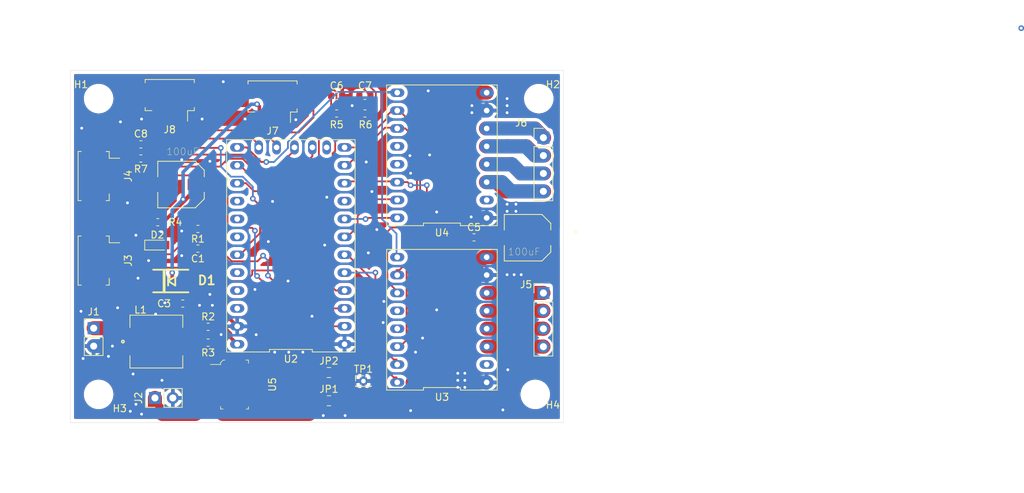
<source format=kicad_pcb>
(kicad_pcb (version 20171130) (host pcbnew "(5.1.4)-1")
  (layers (0 F.Cu signal) (31 B.Cu signal) (34 B.Paste user) (35 F.Paste user) (36 B.SilkS user) (37 F.SilkS user) (38 B.Mask user) (39 F.Mask user) (44 Edge.Cuts user))
  (net 0 "")
  (net 1 +5V)
  (net 2 GND)
  (net 3 /v_mot_in)
  (net 4 /TXD0)
  (net 5 /RXD0)
  (net 6 /TXD1)
  (net 7 /RXD1)
  (net 8 /mot1_a1)
  (net 9 /mot1_a2)
  (net 10 /mot1_b1)
  (net 11 /mot1_b2)
  (net 12 /mot2_a1)
  (net 13 /mot2_a2)
  (net 14 /mot2_b1)
  (net 15 /mot2_b2)
  (net 16 /v_mot)
  (net 17 /v_mot_gen)
  (net 18 "Net-(U2-Pad25)")
  (net 19 /m1)
  (net 20 /~sleep)
  (net 21 "Net-(U2-Pad9)")
  (net 22 "Net-(U2-Pad16)")
  (net 23 /dir2)
  (net 24 "Net-(U2-Pad17)")
  (net 25 /step2)
  (net 26 "Net-(U2-Pad18)")
  (net 27 /dir1)
  (net 28 /step1)
  (net 29 "Net-(U2-Pad20)")
  (net 30 "Net-(U2-Pad21)")
  (net 31 "Net-(U2-Pad22)")
  (net 32 /en)
  (net 33 "Net-(U3-Pad12)")
  (net 34 "Net-(U3-Pad13)")
  (net 35 "Net-(U3-Pad2)")
  (net 36 "Net-(U4-Pad12)")
  (net 37 "Net-(U4-Pad13)")
  (net 38 "Net-(U4-Pad2)")
  (net 39 /RXD0_filt)
  (net 40 /5V_in)
  (net 41 "Net-(D2-Pad2)")
  (net 42 "Net-(R2-Pad1)")
  (net 43 /sense1_filt)
  (net 44 /sense2_filt)
  (net 45 /sense1)
  (net 46 /sense2)
  (net 47 /sync1)
  (net 48 /sync2)
  (net 49 /~reset)
  (net 50 /sync3)
  (net 51 /RXD1_filt)
  (net 52 /m2)
  (module Resistor_SMD:R_0805_2012Metric (layer F.Cu) (at 111.7 72.9)
    (fp_text reference JP2 (at 0 -1.65) (layer F.SilkS))
    (fp_text value Jumper)
    (pad 2 smd roundrect (at 0.9375 0) (size 0.975 1.4) (layers F.Cu F.Paste F.Mask) (net 16 /v_mot))
    (pad 1 smd roundrect (at -0.9375 0) (size 0.975 1.4) (layers F.Cu F.Paste F.Mask) (net 17 /v_mot_gen))
  )
  (module Resistor_SMD:R_0805_2012Metric (layer F.Cu) (at 111.7 76.9)
    (fp_text reference JP1 (at 0 -1.65) (layer F.SilkS))
    (fp_text value Jumper)
    (pad 2 smd roundrect (at 0.9375 0) (size 0.975 1.4) (layers F.Cu F.Paste F.Mask) (net 16 /v_mot))
    (pad 1 smd roundrect (at -0.9375 0) (size 0.975 1.4) (layers F.Cu F.Paste F.Mask) (net 3 /v_mot_in))
  )
  (module Resistor_SMD:R_0603_1608Metric (layer F.Cu) (at 85 42.5 180)
    (fp_text reference R7 (at 0 -1.5) (layer F.SilkS))
    (fp_text value R)
    (pad 2 smd roundrect (at 0.7875 0 180) (size 0.875 0.95) (layers F.Cu F.Paste F.Mask) (net 7 /RXD1))
    (pad 1 smd roundrect (at -0.7875 0 180) (size 0.875 0.95) (layers F.Cu F.Paste F.Mask) (net 51 /RXD1_filt))
  )
  (module Capacitor_SMD:C_0603_1608Metric (layer F.Cu) (at 85 40.5 180)
    (fp_text reference C8 (at 0 1.5) (layer F.SilkS))
    (fp_text value C)
    (pad 2 smd roundrect (at 0.7875 0 180) (size 0.875 0.95) (layers F.Cu F.Paste F.Mask) (net 2 GND))
    (pad 1 smd roundrect (at -0.7875 0 180) (size 0.875 0.95) (layers F.Cu F.Paste F.Mask) (net 51 /RXD1_filt))
  )
  (module "OLIMEX_Diodes-FP:DO214AA_1(K)-2(A)" (layer F.Cu) (at 89.25 59.9)
    (fp_text reference D1 (at 5.1 -0.1) (layer F.SilkS) (effects (font (size 1.27 1.27) (thickness 0.254))))
    (fp_text value SMBJ6.0A)
    (pad 2 smd rect (at 2.177 0) (size 1.778 2.286) (layers F.Cu F.Paste F.Mask) (net 2 GND))
    (pad 1 smd rect (at -2.177 0) (size 1.778 2.286) (layers F.Cu F.Paste F.Mask) (net 40 /5V_in))
  )
  (module digikey-footprints:SOT-223-4 (layer F.Cu) (at 98.3 74.6 270)
    (fp_text reference U5 (at 0 -5.375 90) (layer F.SilkS))
    (fp_text value LM317DCYR)
    (pad 4 smd rect (at 0 -2.9 270) (size 3.25 2.15) (layers F.Cu F.Paste F.Mask) (net 17 /v_mot_gen))
    (pad 1 smd rect (at -2.3 2.9 270) (size 0.95 2.15) (layers F.Cu F.Paste F.Mask) (net 42 "Net-(R2-Pad1)"))
    (pad 2 smd rect (at 0 2.9 270) (size 0.95 2.15) (layers F.Cu F.Paste F.Mask) (net 17 /v_mot_gen))
    (pad 3 smd rect (at 2.3 2.9 270) (size 0.95 2.15) (layers F.Cu F.Paste F.Mask) (net 1 +5V))
  )
  (module Resistor_SMD:R_0603_1608Metric (layer F.Cu) (at 116.81 36.11)
    (fp_text reference R6 (at 0.09 1.59) (layer F.SilkS))
    (fp_text value R)
    (pad 2 smd roundrect (at 0.7875 0) (size 0.875 0.95) (layers F.Cu F.Paste F.Mask) (net 46 /sense2))
    (pad 1 smd roundrect (at -0.7875 0) (size 0.875 0.95) (layers F.Cu F.Paste F.Mask) (net 44 /sense2_filt))
  )
  (module Resistor_SMD:R_0603_1608Metric (layer F.Cu) (at 112.8 36.11)
    (fp_text reference R5 (at 0 1.59) (layer F.SilkS))
    (fp_text value R)
    (pad 2 smd roundrect (at 0.7875 0) (size 0.875 0.95) (layers F.Cu F.Paste F.Mask) (net 45 /sense1))
    (pad 1 smd roundrect (at -0.7875 0) (size 0.875 0.95) (layers F.Cu F.Paste F.Mask) (net 43 /sense1_filt))
  )
  (module Connector_Molex:Molex_PicoBlade_53261-0471_1x04-1MP_P1.25mm_Horizontal (layer F.Cu) (at 89.1 34 180)
    (fp_text reference J8 (at 0 -4.4) (layer F.SilkS))
    (fp_text value Conn_01x04)
    (pad MP smd roundrect (at 4.425 0.5 180) (size 2.1 3) (layers F.Cu F.Paste F.Mask) (roundrect_rratio 0.119048))
    (pad MP smd roundrect (at -4.425 0.5 180) (size 2.1 3) (layers F.Cu F.Paste F.Mask) (roundrect_rratio 0.119048))
    (pad 4 smd roundrect (at 1.875 -2.4 180) (size 0.8 1.6) (layers F.Cu F.Paste F.Mask) (net 50 /sync3))
    (pad 3 smd roundrect (at 0.625 -2.4 180) (size 0.8 1.6) (layers F.Cu F.Paste F.Mask) (net 48 /sync2))
    (pad 2 smd roundrect (at -0.625 -2.4 180) (size 0.8 1.6) (layers F.Cu F.Paste F.Mask) (net 47 /sync1))
    (pad 1 smd roundrect (at -1.875 -2.4 180) (size 0.8 1.6) (layers F.Cu F.Paste F.Mask) (net 2 GND))
  )
  (module Connector_Molex:Molex_PicoBlade_53261-0471_1x04-1MP_P1.25mm_Horizontal (layer F.Cu) (at 103.7 34.2 180)
    (fp_text reference J7 (at 0 -4.4) (layer F.SilkS))
    (fp_text value Conn_01x04)
    (pad MP smd roundrect (at 4.425 0.5 180) (size 2.1 3) (layers F.Cu F.Paste F.Mask) (roundrect_rratio 0.119048))
    (pad MP smd roundrect (at -4.425 0.5 180) (size 2.1 3) (layers F.Cu F.Paste F.Mask) (roundrect_rratio 0.119048))
    (pad 4 smd roundrect (at 1.875 -2.4 180) (size 0.8 1.6) (layers F.Cu F.Paste F.Mask) (net 1 +5V))
    (pad 3 smd roundrect (at 0.625 -2.4 180) (size 0.8 1.6) (layers F.Cu F.Paste F.Mask) (net 45 /sense1))
    (pad 2 smd roundrect (at -0.625 -2.4 180) (size 0.8 1.6) (layers F.Cu F.Paste F.Mask) (net 46 /sense2))
    (pad 1 smd roundrect (at -1.875 -2.4 180) (size 0.8 1.6) (layers F.Cu F.Paste F.Mask) (net 2 GND))
  )
  (module Capacitor_SMD:C_0603_1608Metric (layer F.Cu) (at 116.81 33.6)
    (fp_text reference C7 (at 0 -1.43) (layer F.SilkS))
    (fp_text value C)
    (pad 2 smd roundrect (at 0.7875 0) (size 0.875 0.95) (layers F.Cu F.Paste F.Mask) (net 2 GND))
    (pad 1 smd roundrect (at -0.7875 0) (size 0.875 0.95) (layers F.Cu F.Paste F.Mask) (net 44 /sense2_filt))
  )
  (module Capacitor_SMD:C_0603_1608Metric (layer F.Cu) (at 112.8 33.6)
    (fp_text reference C6 (at 0 -1.43) (layer F.SilkS))
    (fp_text value C)
    (pad 2 smd roundrect (at 0.7875 0) (size 0.875 0.95) (layers F.Cu F.Paste F.Mask) (net 2 GND))
    (pad 1 smd roundrect (at -0.7875 0) (size 0.875 0.95) (layers F.Cu F.Paste F.Mask) (net 43 /sense1_filt))
  )
  (module Capacitor_SMD:C_0603_1608Metric (layer F.Cu) (at 132.3 53.7)
    (fp_text reference C5 (at 0 -1.43) (layer F.SilkS))
    (fp_text value 2.2uF)
    (pad 2 smd roundrect (at 0.7875 0) (size 0.875 0.95) (layers F.Cu F.Paste F.Mask) (net 2 GND))
    (pad 1 smd roundrect (at -0.7875 0) (size 0.875 0.95) (layers F.Cu F.Paste F.Mask) (net 16 /v_mot))
  )
  (module IODA_Lib:CAPAE660X800N (layer F.Cu) (at 139.9 53.75 180)
    (fp_text reference C4 hide)
    (fp_text value 100uF (at 0.5 -2) (layer F.SilkS) (effects (font (size 1.0009 1.0009) (thickness 0.05))))
    (fp_text user + (at -6.86918 0.890449) (layer F.SilkS) (effects (font (thickness 0.05))))
    (pad 2 smd rect (at 2.7 0 180) (size 3.51 1.58) (layers F.Cu F.Paste F.Mask) (net 2 GND))
    (pad 1 smd rect (at -2.7 0 180) (size 3.51 1.58) (layers F.Cu F.Paste F.Mask) (net 16 /v_mot))
  )
  (module Resistor_SMD:R_0603_1608Metric (layer F.Cu) (at 87.4 51.55)
    (fp_text reference R4 (at 2.5 0) (layer F.SilkS))
    (fp_text value 2.2k)
    (pad 2 smd roundrect (at 0.7875 0) (size 0.875 0.95) (layers F.Cu F.Paste F.Mask) (net 1 +5V))
    (pad 1 smd roundrect (at -0.7875 0) (size 0.875 0.95) (layers F.Cu F.Paste F.Mask) (net 41 "Net-(D2-Pad2)"))
  )
  (module Resistor_SMD:R_0603_1608Metric (layer F.Cu) (at 93.1 52.5 180)
    (fp_text reference R1 (at 0 -1.43) (layer F.SilkS))
    (fp_text value R)
    (pad 2 smd roundrect (at 0.7875 0 180) (size 0.875 0.95) (layers F.Cu F.Paste F.Mask) (net 5 /RXD0))
    (pad 1 smd roundrect (at -0.7875 0 180) (size 0.875 0.95) (layers F.Cu F.Paste F.Mask) (net 39 /RXD0_filt))
  )
  (module IODA_Lib:INDP7373X46N (layer F.Cu) (at 87.2 68.5)
    (fp_text reference L1 (at -2.25 -4.5) (layer F.SilkS))
    (fp_text value 6.8u)
    (pad 2 smd rect (at 3 0) (size 2.5 3.25) (layers F.Cu F.Paste F.Mask) (net 1 +5V))
    (pad 1 smd rect (at -3 0) (size 2.5 3.25) (layers F.Cu F.Paste F.Mask) (net 40 /5V_in))
  )
  (module IODA_Lib:ScrewTerminal_1x02_P2.54mm_Vertical (layer F.Cu) (at 87 76.5 90)
    (fp_text reference J2 (at 0 -2.33 90) (layer F.SilkS))
    (fp_text value Screw_Terminal_01x02)
    (pad 2 thru_hole oval (at 0 2.54 90) (size 1.7 1.7) (drill 1) (layers *.Cu *.Mask) (net 2 GND))
    (pad 1 thru_hole rect (at 0 0 90) (size 1.7 1.7) (drill 1) (layers *.Cu *.Mask) (net 3 /v_mot_in))
  )
  (module IODA_Lib:ScrewTerminal_1x02_P2.54mm_Vertical (layer F.Cu) (at 78.3 66.6)
    (fp_text reference J1 (at 0 -2.33) (layer F.SilkS))
    (fp_text value Screw_Terminal_01x02)
    (pad 2 thru_hole oval (at 0 2.54) (size 1.7 1.7) (drill 1) (layers *.Cu *.Mask) (net 2 GND))
    (pad 1 thru_hole rect (at 0 0) (size 1.7 1.7) (drill 1) (layers *.Cu *.Mask) (net 40 /5V_in))
  )
  (module LEDs:LED_0805 (layer F.Cu) (at 87.35 54.8)
    (fp_text reference D2 (at 0 -1.45) (layer F.SilkS))
    (fp_text value LED)
    (pad 2 smd rect (at 1.1 0 180) (size 1.2 1.2) (layers F.Cu F.Paste F.Mask) (net 41 "Net-(D2-Pad2)"))
    (pad 1 smd rect (at -1.1 0 180) (size 1.2 1.2) (layers F.Cu F.Paste F.Mask) (net 2 GND))
  )
  (module Capacitor_SMD:C_0603_1608Metric (layer F.Cu) (at 90.95 63.1)
    (fp_text reference C3 (at -2.65 0) (layer F.SilkS))
    (fp_text value 2.2uF)
    (pad 2 smd roundrect (at 0.7875 0) (size 0.875 0.95) (layers F.Cu F.Paste F.Mask) (net 2 GND))
    (pad 1 smd roundrect (at -0.7875 0) (size 0.875 0.95) (layers F.Cu F.Paste F.Mask) (net 1 +5V))
  )
  (module IODA_Lib:CAPAE660X800N (layer F.Cu) (at 90.7 46.2 180)
    (fp_text reference C2 hide)
    (fp_text value 100uF (at -0.22519 4.66917) (layer F.SilkS) (effects (font (size 1.0009 1.0009) (thickness 0.05))))
    (fp_text user + (at -6.86918 0.890449) (layer F.SilkS) (effects (font (thickness 0.05))))
    (pad 2 smd rect (at 2.7 0 180) (size 3.51 1.58) (layers F.Cu F.Paste F.Mask) (net 2 GND))
    (pad 1 smd rect (at -2.7 0 180) (size 3.51 1.58) (layers F.Cu F.Paste F.Mask) (net 1 +5V))
  )
  (module Capacitor_SMD:C_0603_1608Metric (layer F.Cu) (at 93.1 55.3 180)
    (fp_text reference C1 (at 0 -1.43) (layer F.SilkS))
    (fp_text value C)
    (pad 2 smd roundrect (at 0.7875 0 180) (size 0.875 0.95) (layers F.Cu F.Paste F.Mask) (net 2 GND))
    (pad 1 smd roundrect (at -0.7875 0 180) (size 0.875 0.95) (layers F.Cu F.Paste F.Mask) (net 39 /RXD0_filt))
  )
  (module Connector_PinHeader_1.27mm:PinHeader_1x01_P1.27mm_Vertical (layer F.Cu) (at 116.6 74.1)
    (fp_text reference TP1 (at 0 -1.695) (layer F.SilkS))
    (fp_text value TestPoint)
    (pad 1 thru_hole rect (at 0 0) (size 1 1) (drill 0.65) (layers *.Cu *.Mask) (net 2 GND))
  )
  (module MountingHole:MountingHole_3.2mm_M3 (layer F.Cu) (at 141 76)
    (fp_text reference H4 (at 2.5 1.5) (layer F.SilkS))
    (fp_text value MountingHole)
    (pad 1 np_thru_hole circle (at 0 0) (size 3.2 3.2) (drill 3.2) (layers *.Cu *.Mask))
  )
  (module MountingHole:MountingHole_3.2mm_M3 (layer F.Cu) (at 79 76)
    (fp_text reference H3 (at 3 2) (layer F.SilkS))
    (fp_text value MountingHole)
    (pad 1 np_thru_hole circle (at 0 0) (size 3.2 3.2) (drill 3.2) (layers *.Cu *.Mask))
  )
  (module MountingHole:MountingHole_3.2mm_M3 (layer F.Cu) (at 141.5 34)
    (fp_text reference H2 (at 2 -2) (layer F.SilkS))
    (fp_text value MountingHole)
    (pad 1 np_thru_hole circle (at 0 0) (size 3.2 3.2) (drill 3.2) (layers *.Cu *.Mask))
  )
  (module MountingHole:MountingHole_3.2mm_M3 (layer F.Cu) (at 79 34)
    (fp_text reference H1 (at -2.5 -2) (layer F.SilkS))
    (fp_text value MountingHole)
    (pad 1 np_thru_hole circle (at 0 0) (size 3.2 3.2) (drill 3.2) (layers *.Cu *.Mask))
  )
  (module IODA_Lib:DIP-16_500_ELL_12.7mm-spacing (layer F.Cu) (at 127.75 42.05 90)
    (fp_text reference U4 (at -10.99 0) (layer F.SilkS))
    (fp_text value DRV8834)
    (pad 8 thru_hole oval (at 8.89 6.35 90) (size 1.2 2) (drill 0.8) (layers *.Cu *.Mask) (net 16 /v_mot))
    (pad 9 thru_hole oval (at 8.89 -6.35 90) (size 1.2 2) (drill 0.8) (layers *.Cu *.Mask) (net 32 /en))
    (pad 7 thru_hole oval (at 6.35 6.35 90) (size 1.2 2) (drill 0.8) (layers *.Cu *.Mask) (net 2 GND))
    (pad 10 thru_hole oval (at 6.35 -6.35 90) (size 1.2 2) (drill 0.8) (layers *.Cu *.Mask) (net 52 /m2))
    (pad 6 thru_hole oval (at 3.81 6.35 90) (size 1.2 2) (drill 0.8) (layers *.Cu *.Mask) (net 15 /mot2_b2))
    (pad 11 thru_hole oval (at 3.81 -6.35 90) (size 1.2 2) (drill 0.8) (layers *.Cu *.Mask) (net 19 /m1))
    (pad 5 thru_hole oval (at 1.27 6.35 90) (size 1.2 2) (drill 0.8) (layers *.Cu *.Mask) (net 14 /mot2_b1))
    (pad 12 thru_hole oval (at 1.27 -6.35 90) (size 1.2 2) (drill 0.8) (layers *.Cu *.Mask) (net 36 "Net-(U4-Pad12)"))
    (pad 4 thru_hole oval (at -1.27 6.35 90) (size 1.2 2) (drill 0.8) (layers *.Cu *.Mask) (net 12 /mot2_a1))
    (pad 13 thru_hole oval (at -1.27 -6.35 90) (size 1.2 2) (drill 0.8) (layers *.Cu *.Mask) (net 37 "Net-(U4-Pad13)"))
    (pad 3 thru_hole oval (at -3.81 6.35 90) (size 1.2 2) (drill 0.8) (layers *.Cu *.Mask) (net 13 /mot2_a2))
    (pad 14 thru_hole oval (at -3.81 -6.35 90) (size 1.2 2) (drill 0.8) (layers *.Cu *.Mask) (net 20 /~sleep))
    (pad 2 thru_hole oval (at -6.35 6.35 90) (size 1.2 2) (drill 0.8) (layers *.Cu *.Mask) (net 38 "Net-(U4-Pad2)"))
    (pad 15 thru_hole oval (at -6.35 -6.35 90) (size 1.2 2) (drill 0.8) (layers *.Cu *.Mask) (net 25 /step2))
    (pad 1 thru_hole oval (at -8.89 6.35 90) (size 1.2 2) (drill 0.8) (layers *.Cu *.Mask) (net 2 GND))
    (pad 16 thru_hole oval (at -8.89 -6.35 90) (size 1.2 2) (drill 0.8) (layers *.Cu *.Mask) (net 23 /dir2))
  )
  (module IODA_Lib:DIP-16_500_ELL_12.7mm-spacing (layer F.Cu) (at 127.75 65.4 90)
    (fp_text reference U3 (at -10.99 0) (layer F.SilkS))
    (fp_text value DRV8834)
    (pad 8 thru_hole oval (at 8.89 6.35 90) (size 1.2 2) (drill 0.8) (layers *.Cu *.Mask) (net 16 /v_mot))
    (pad 9 thru_hole oval (at 8.89 -6.35 90) (size 1.2 2) (drill 0.8) (layers *.Cu *.Mask) (net 32 /en))
    (pad 7 thru_hole oval (at 6.35 6.35 90) (size 1.2 2) (drill 0.8) (layers *.Cu *.Mask) (net 2 GND))
    (pad 10 thru_hole oval (at 6.35 -6.35 90) (size 1.2 2) (drill 0.8) (layers *.Cu *.Mask) (net 52 /m2))
    (pad 6 thru_hole oval (at 3.81 6.35 90) (size 1.2 2) (drill 0.8) (layers *.Cu *.Mask) (net 11 /mot1_b2))
    (pad 11 thru_hole oval (at 3.81 -6.35 90) (size 1.2 2) (drill 0.8) (layers *.Cu *.Mask) (net 19 /m1))
    (pad 5 thru_hole oval (at 1.27 6.35 90) (size 1.2 2) (drill 0.8) (layers *.Cu *.Mask) (net 10 /mot1_b1))
    (pad 12 thru_hole oval (at 1.27 -6.35 90) (size 1.2 2) (drill 0.8) (layers *.Cu *.Mask) (net 33 "Net-(U3-Pad12)"))
    (pad 4 thru_hole oval (at -1.27 6.35 90) (size 1.2 2) (drill 0.8) (layers *.Cu *.Mask) (net 8 /mot1_a1))
    (pad 13 thru_hole oval (at -1.27 -6.35 90) (size 1.2 2) (drill 0.8) (layers *.Cu *.Mask) (net 34 "Net-(U3-Pad13)"))
    (pad 3 thru_hole oval (at -3.81 6.35 90) (size 1.2 2) (drill 0.8) (layers *.Cu *.Mask) (net 9 /mot1_a2))
    (pad 14 thru_hole oval (at -3.81 -6.35 90) (size 1.2 2) (drill 0.8) (layers *.Cu *.Mask) (net 20 /~sleep))
    (pad 2 thru_hole oval (at -6.35 6.35 90) (size 1.2 2) (drill 0.8) (layers *.Cu *.Mask) (net 35 "Net-(U3-Pad2)"))
    (pad 15 thru_hole oval (at -6.35 -6.35 90) (size 1.2 2) (drill 0.8) (layers *.Cu *.Mask) (net 28 /step1))
    (pad 1 thru_hole oval (at -8.89 6.35 90) (size 1.2 2) (drill 0.8) (layers *.Cu *.Mask) (net 2 GND))
    (pad 16 thru_hole oval (at -8.89 -6.35 90) (size 1.2 2) (drill 0.8) (layers *.Cu *.Mask) (net 27 /dir1))
  )
  (module IODA_Lib:DIP-24_600_ELL_15.24mm-spacing (layer F.Cu) (at 106.3 54.9 90)
    (fp_text reference U2 (at -16.07 0) (layer F.SilkS))
    (fp_text value A-Star_328PB_Micro)
    (pad 29 thru_hole oval (at 13.97 -4.572 180) (size 1.2 2) (drill 0.8) (layers *.Cu *.Mask) (net 48 /sync2))
    (pad 28 thru_hole oval (at 13.97 -2.032 180) (size 1.2 2) (drill 0.8) (layers *.Cu *.Mask) (net 47 /sync1))
    (pad 27 thru_hole oval (at 13.97 0.508 180) (size 1.2 2) (drill 0.8) (layers *.Cu *.Mask) (net 51 /RXD1_filt))
    (pad 26 thru_hole oval (at 13.97 3.048 180) (size 1.2 2) (drill 0.8) (layers *.Cu *.Mask) (net 6 /TXD1))
    (pad 25 thru_hole oval (at 13.97 5.08 180) (size 1.2 2) (drill 0.8) (layers *.Cu *.Mask) (net 18 "Net-(U2-Pad25)"))
    (pad 12 thru_hole oval (at 13.97 7.62 90) (size 1.2 2) (drill 0.8) (layers *.Cu *.Mask) (net 52 /m2))
    (pad 13 thru_hole oval (at 13.97 -7.62 90) (size 1.2 2) (drill 0.8) (layers *.Cu *.Mask) (net 32 /en))
    (pad 11 thru_hole oval (at 11.43 7.62 90) (size 1.2 2) (drill 0.8) (layers *.Cu *.Mask) (net 19 /m1))
    (pad 14 thru_hole oval (at 11.43 -7.62 90) (size 1.2 2) (drill 0.8) (layers *.Cu *.Mask) (net 43 /sense1_filt))
    (pad 10 thru_hole oval (at 8.89 7.62 90) (size 1.2 2) (drill 0.8) (layers *.Cu *.Mask) (net 20 /~sleep))
    (pad 15 thru_hole oval (at 8.89 -7.62 90) (size 1.2 2) (drill 0.8) (layers *.Cu *.Mask) (net 44 /sense2_filt))
    (pad 9 thru_hole oval (at 6.35 7.62 90) (size 1.2 2) (drill 0.8) (layers *.Cu *.Mask) (net 21 "Net-(U2-Pad9)"))
    (pad 16 thru_hole oval (at 6.35 -7.62 90) (size 1.2 2) (drill 0.8) (layers *.Cu *.Mask) (net 22 "Net-(U2-Pad16)"))
    (pad 8 thru_hole oval (at 3.81 7.62 90) (size 1.2 2) (drill 0.8) (layers *.Cu *.Mask) (net 23 /dir2))
    (pad 17 thru_hole oval (at 3.81 -7.62 90) (size 1.2 2) (drill 0.8) (layers *.Cu *.Mask) (net 24 "Net-(U2-Pad17)"))
    (pad 7 thru_hole oval (at 1.27 7.62 90) (size 1.2 2) (drill 0.8) (layers *.Cu *.Mask) (net 25 /step2))
    (pad 18 thru_hole oval (at 1.27 -7.62 90) (size 1.2 2) (drill 0.8) (layers *.Cu *.Mask) (net 26 "Net-(U2-Pad18)"))
    (pad 6 thru_hole oval (at -1.27 7.62 90) (size 1.2 2) (drill 0.8) (layers *.Cu *.Mask) (net 27 /dir1))
    (pad 19 thru_hole oval (at -1.27 -7.62 90) (size 1.2 2) (drill 0.8) (layers *.Cu *.Mask) (net 50 /sync3))
    (pad 5 thru_hole oval (at -3.81 7.62 90) (size 1.2 2) (drill 0.8) (layers *.Cu *.Mask) (net 28 /step1))
    (pad 20 thru_hole oval (at -3.81 -7.62 90) (size 1.2 2) (drill 0.8) (layers *.Cu *.Mask) (net 29 "Net-(U2-Pad20)"))
    (pad 4 thru_hole oval (at -6.35 7.62 90) (size 1.2 2) (drill 0.8) (layers *.Cu *.Mask) (net 4 /TXD0))
    (pad 21 thru_hole oval (at -6.35 -7.62 90) (size 1.2 2) (drill 0.8) (layers *.Cu *.Mask) (net 30 "Net-(U2-Pad21)"))
    (pad 3 thru_hole oval (at -8.89 7.62 90) (size 1.2 2) (drill 0.8) (layers *.Cu *.Mask) (net 39 /RXD0_filt))
    (pad 22 thru_hole oval (at -8.89 -7.62 90) (size 1.2 2) (drill 0.8) (layers *.Cu *.Mask) (net 31 "Net-(U2-Pad22)"))
    (pad 2 thru_hole oval (at -11.43 7.62 90) (size 1.2 2) (drill 0.8) (layers *.Cu *.Mask) (net 49 /~reset))
    (pad 23 thru_hole oval (at -11.43 -7.62 90) (size 1.2 2) (drill 0.8) (layers *.Cu *.Mask) (net 2 GND))
    (pad 1 thru_hole oval (at -13.97 7.62 90) (size 1.2 2) (drill 0.8) (layers *.Cu *.Mask) (net 2 GND))
    (pad 24 thru_hole oval (at -13.97 -7.62 90) (size 1.2 2) (drill 0.8) (layers *.Cu *.Mask) (net 1 +5V))
  )
  (module Resistor_SMD:R_0603_1608Metric (layer F.Cu) (at 94.55 68.65 180)
    (fp_text reference R3 (at 0 -1.43) (layer F.SilkS))
    (fp_text value R)
    (pad 2 smd roundrect (at 0.7875 0 180) (size 0.875 0.95) (layers F.Cu F.Paste F.Mask) (net 42 "Net-(R2-Pad1)"))
    (pad 1 smd roundrect (at -0.7875 0 180) (size 0.875 0.95) (layers F.Cu F.Paste F.Mask) (net 17 /v_mot_gen))
  )
  (module Resistor_SMD:R_0603_1608Metric (layer F.Cu) (at 94.55 66.4)
    (fp_text reference R2 (at 0 -1.43) (layer F.SilkS))
    (fp_text value R)
    (pad 2 smd roundrect (at 0.7875 0) (size 0.875 0.95) (layers F.Cu F.Paste F.Mask) (net 2 GND))
    (pad 1 smd roundrect (at -0.7875 0) (size 0.875 0.95) (layers F.Cu F.Paste F.Mask) (net 42 "Net-(R2-Pad1)"))
  )
  (module Connector_PinHeader_2.54mm:PinHeader_1x04_P2.54mm_Vertical (layer F.Cu) (at 142.15 39.55)
    (fp_text reference J6 (at -3.15 -2.1) (layer F.SilkS))
    (fp_text value Screw_Terminal_01x04)
    (pad 4 thru_hole oval (at 0 7.62) (size 1.7 1.7) (drill 1) (layers *.Cu *.Mask) (net 13 /mot2_a2))
    (pad 3 thru_hole oval (at 0 5.08) (size 1.7 1.7) (drill 1) (layers *.Cu *.Mask) (net 12 /mot2_a1))
    (pad 2 thru_hole oval (at 0 2.54) (size 1.7 1.7) (drill 1) (layers *.Cu *.Mask) (net 14 /mot2_b1))
    (pad 1 thru_hole rect (at 0 0) (size 1.7 1.7) (drill 1) (layers *.Cu *.Mask) (net 15 /mot2_b2))
  )
  (module Connector_PinHeader_2.54mm:PinHeader_1x04_P2.54mm_Vertical (layer F.Cu) (at 142.15 61.6)
    (fp_text reference J5 (at -2.45 -1.2) (layer F.SilkS))
    (fp_text value Screw_Terminal_01x04)
    (pad 4 thru_hole oval (at 0 7.62) (size 1.7 1.7) (drill 1) (layers *.Cu *.Mask) (net 9 /mot1_a2))
    (pad 3 thru_hole oval (at 0 5.08) (size 1.7 1.7) (drill 1) (layers *.Cu *.Mask) (net 8 /mot1_a1))
    (pad 2 thru_hole oval (at 0 2.54) (size 1.7 1.7) (drill 1) (layers *.Cu *.Mask) (net 10 /mot1_b1))
    (pad 1 thru_hole rect (at 0 0) (size 1.7 1.7) (drill 1) (layers *.Cu *.Mask) (net 11 /mot1_b2))
  )
  (module Connector_Molex:Molex_PicoBlade_53261-0471_1x04-1MP_P1.25mm_Horizontal (layer F.Cu) (at 78.8 45 270)
    (fp_text reference J4 (at 0 -4.4 90) (layer F.SilkS))
    (fp_text value Conn_01x04)
    (pad MP smd roundrect (at 4.425 0.5 270) (size 2.1 3) (layers F.Cu F.Paste F.Mask) (roundrect_rratio 0.119048))
    (pad MP smd roundrect (at -4.425 0.5 270) (size 2.1 3) (layers F.Cu F.Paste F.Mask) (roundrect_rratio 0.119048))
    (pad 4 smd roundrect (at 1.875 -2.4 270) (size 0.8 1.6) (layers F.Cu F.Paste F.Mask) (net 49 /~reset))
    (pad 3 smd roundrect (at 0.625 -2.4 270) (size 0.8 1.6) (layers F.Cu F.Paste F.Mask) (net 6 /TXD1))
    (pad 2 smd roundrect (at -0.625 -2.4 270) (size 0.8 1.6) (layers F.Cu F.Paste F.Mask) (net 7 /RXD1))
    (pad 1 smd roundrect (at -1.875 -2.4 270) (size 0.8 1.6) (layers F.Cu F.Paste F.Mask) (net 2 GND))
  )
  (module Connector_Molex:Molex_PicoBlade_53261-0471_1x04-1MP_P1.25mm_Horizontal (layer F.Cu) (at 78.8 57 270)
    (fp_text reference J3 (at 0 -4.4 90) (layer F.SilkS))
    (fp_text value Conn_01x04)
    (pad MP smd roundrect (at 4.425 0.5 270) (size 2.1 3) (layers F.Cu F.Paste F.Mask) (roundrect_rratio 0.119048))
    (pad MP smd roundrect (at -4.425 0.5 270) (size 2.1 3) (layers F.Cu F.Paste F.Mask) (roundrect_rratio 0.119048))
    (pad 4 smd roundrect (at 1.875 -2.4 270) (size 0.8 1.6) (layers F.Cu F.Paste F.Mask) (net 2 GND))
    (pad 3 smd roundrect (at 0.625 -2.4 270) (size 0.8 1.6) (layers F.Cu F.Paste F.Mask) (net 4 /TXD0))
    (pad 2 smd roundrect (at -0.625 -2.4 270) (size 0.8 1.6) (layers F.Cu F.Paste F.Mask) (net 5 /RXD0))
    (pad 1 smd roundrect (at -1.875 -2.4 270) (size 0.8 1.6) (layers F.Cu F.Paste F.Mask) (net 2 GND))
  )
  (gr_line (start 75 80) (end 145 80) (layer Edge.Cuts) (width 0.05))
  (gr_line (start 75 30) (end 75 80) (layer Edge.Cuts) (width 0.05))
  (gr_line (start 145 30) (end 145 80) (layer Edge.Cuts) (width 0.05))
  (gr_line (start 75 30) (end 145 30) (layer Edge.Cuts) (width 0.05))
  (via (at 210 24) (size 0.8) (drill 0.4) (layers F.Cu B.Cu) (net 0))
  (segment (start 93.989998 76.9) (end 95.4 76.9) (width 2) (layer F.Cu) (net 1))
  (segment (start 90.2 73.110002) (end 93.989998 76.9) (width 2) (layer F.Cu) (net 1))
  (segment (start 90.2 68.5) (end 90.2 73.110002) (width 2) (layer F.Cu) (net 1))
  (segment (start 93.4 46.3375) (end 93.4 46.2) (width 0.5) (layer F.Cu) (net 1))
  (via (at 91 48.3) (size 0.8) (drill 0.4) (layers F.Cu B.Cu) (net 1))
  (segment (start 91.3 48.3) (end 93.4 46.2) (width 0.5) (layer F.Cu) (net 1))
  (segment (start 91 48.3) (end 91.3 48.3) (width 0.5) (layer F.Cu) (net 1))
  (segment (start 90.2 68.125) (end 90.2 68.5) (width 0.5) (layer F.Cu) (net 1))
  (segment (start 92.85001 65.47499) (end 90.2 68.125) (width 0.5) (layer F.Cu) (net 1))
  (segment (start 95.833262 65.47499) (end 92.85001 65.47499) (width 0.5) (layer F.Cu) (net 1))
  (segment (start 97.7 67.341728) (end 95.833262 65.47499) (width 0.5) (layer F.Cu) (net 1))
  (segment (start 98.68 68.87) (end 97.7 67.89) (width 0.5) (layer F.Cu) (net 1))
  (segment (start 97.7 67.89) (end 97.7 67.341728) (width 0.5) (layer F.Cu) (net 1))
  (via (at 101.500002 34.8) (size 0.8) (drill 0.4) (layers F.Cu B.Cu) (net 1))
  (segment (start 101.825 35.124998) (end 101.500002 34.8) (width 0.5) (layer F.Cu) (net 1))
  (segment (start 100.934317 34.8) (end 101.500002 34.8) (width 0.5) (layer B.Cu) (net 1))
  (segment (start 100.634315 34.8) (end 100.934317 34.8) (width 0.5) (layer B.Cu) (net 1))
  (segment (start 91 44.434315) (end 100.634315 34.8) (width 0.5) (layer B.Cu) (net 1))
  (segment (start 101.825 36.6) (end 101.825 35.124998) (width 0.5) (layer F.Cu) (net 1))
  (segment (start 91 48.3) (end 91 44.434315) (width 0.5) (layer B.Cu) (net 1))
  (segment (start 88.1875 51.55) (end 91.21875 48.51875) (width 0.5) (layer F.Cu) (net 1))
  (segment (start 91.21875 48.51875) (end 93.4 46.3375) (width 0.5) (layer F.Cu) (net 1))
  (segment (start 91 48.3) (end 91.21875 48.51875) (width 0.5) (layer F.Cu) (net 1))
  (via (at 89.45 58.72501) (size 0.8) (drill 0.4) (layers F.Cu B.Cu) (net 1))
  (segment (start 89.45 60.743001) (end 89.45 59.290695) (width 0.5) (layer F.Cu) (net 1))
  (segment (start 89.45 58.159325) (end 89.45 58.72501) (width 0.5) (layer B.Cu) (net 1))
  (segment (start 90.2 61.493001) (end 89.45 60.743001) (width 0.5) (layer F.Cu) (net 1))
  (segment (start 89.45 59.290695) (end 89.45 58.72501) (width 0.5) (layer F.Cu) (net 1))
  (segment (start 91 48.3) (end 89.45 49.85) (width 0.5) (layer B.Cu) (net 1))
  (segment (start 89.45 49.85) (end 89.45 58.159325) (width 0.5) (layer B.Cu) (net 1))
  (segment (start 90.2 68.5) (end 90.2 61.493001) (width 0.5) (layer F.Cu) (net 1))
  (via (at 137 50) (size 0.8) (drill 0.4) (layers F.Cu B.Cu) (net 2))
  (via (at 138.25 49) (size 0.8) (drill 0.4) (layers F.Cu B.Cu) (net 2))
  (via (at 137 49) (size 0.8) (drill 0.4) (layers F.Cu B.Cu) (net 2))
  (via (at 96.4 67.5) (size 0.8) (drill 0.4) (layers F.Cu B.Cu) (net 2))
  (segment (start 78.3 69.14) (end 80.96 69.14) (width 2) (layer B.Cu) (net 2))
  (via (at 95.15 63.35) (size 0.8) (drill 0.4) (layers F.Cu B.Cu) (net 2))
  (segment (start 89.36 69.14) (end 93.55 64.95) (width 2) (layer B.Cu) (net 2))
  (segment (start 93.327 63.35) (end 93.327 63.35) (width 2) (layer F.Cu) (net 2))
  (segment (start 95.15 63.35) (end 93.327 63.35) (width 2) (layer F.Cu) (net 2))
  (via (at 93.327 63.35) (size 0.8) (drill 0.4) (layers F.Cu B.Cu) (net 2))
  (segment (start 93.55 64.95) (end 95.15 63.35) (width 2) (layer B.Cu) (net 2))
  (via (at 94.8 61.8) (size 0.8) (drill 0.4) (layers F.Cu B.Cu) (net 2))
  (segment (start 95.7 63.35) (end 98.68 66.33) (width 0.5) (layer F.Cu) (net 2))
  (segment (start 95.15 63.35) (end 95.7 63.35) (width 0.5) (layer F.Cu) (net 2))
  (segment (start 112.42 68.87) (end 113.92 68.87) (width 0.5) (layer F.Cu) (net 2))
  (segment (start 102.72 68.87) (end 112.42 68.87) (width 0.5) (layer F.Cu) (net 2))
  (segment (start 100.18 66.33) (end 101.375 67.525) (width 0.5) (layer F.Cu) (net 2))
  (segment (start 98.68 66.33) (end 100.18 66.33) (width 0.5) (layer F.Cu) (net 2))
  (segment (start 122.545588 76.09001) (end 130.45 68.185598) (width 2) (layer B.Cu) (net 2))
  (segment (start 89.36 69.14) (end 96.31001 76.09001) (width 2) (layer B.Cu) (net 2))
  (segment (start 96.31001 76.09001) (end 122.545588 76.09001) (width 2) (layer B.Cu) (net 2))
  (segment (start 131.1 59.05) (end 134.1 59.05) (width 2) (layer B.Cu) (net 2))
  (segment (start 130.45 59.7) (end 131.1 59.05) (width 2) (layer B.Cu) (net 2))
  (segment (start 130.45 68.185598) (end 130.45 59.7) (width 2) (layer B.Cu) (net 2))
  (segment (start 131.1 74.29) (end 134.1 74.29) (width 2) (layer B.Cu) (net 2))
  (segment (start 130.45 73.64) (end 131.1 74.29) (width 2) (layer B.Cu) (net 2))
  (segment (start 130.45 68.185598) (end 130.45 73.64) (width 2) (layer B.Cu) (net 2))
  (segment (start 131.1 35.7) (end 134.1 35.7) (width 2) (layer B.Cu) (net 2))
  (segment (start 130.45 36.35) (end 131.1 35.7) (width 2) (layer B.Cu) (net 2))
  (segment (start 130.45 50.29) (end 130.45 50.15) (width 2) (layer B.Cu) (net 2))
  (segment (start 131.1 50.94) (end 130.45 50.29) (width 2) (layer B.Cu) (net 2))
  (segment (start 134.1 50.94) (end 131.1 50.94) (width 2) (layer B.Cu) (net 2))
  (segment (start 130.45 59.7) (end 130.45 50.15) (width 2) (layer B.Cu) (net 2))
  (segment (start 130.45 50.15) (end 130.45 36.35) (width 2) (layer B.Cu) (net 2))
  (segment (start 93.327 61.8) (end 91.427 59.9) (width 2) (layer F.Cu) (net 2))
  (segment (start 93.327 63.35) (end 93.327 61.8) (width 2) (layer F.Cu) (net 2))
  (segment (start 93.077 63.1) (end 93.327 63.35) (width 0.25) (layer F.Cu) (net 2))
  (segment (start 91.7375 63.1) (end 93.077 63.1) (width 0.25) (layer F.Cu) (net 2))
  (segment (start 94.8 63) (end 95.15 63.35) (width 2) (layer F.Cu) (net 2))
  (segment (start 94.8 61.8) (end 94.8 63) (width 2) (layer F.Cu) (net 2))
  (segment (start 96.4 67.4625) (end 95.3375 66.4) (width 0.5) (layer F.Cu) (net 2))
  (segment (start 96.4 67.5) (end 96.4 67.4625) (width 0.5) (layer F.Cu) (net 2))
  (segment (start 137.15 53.7) (end 137.2 53.75) (width 0.5) (layer F.Cu) (net 2))
  (segment (start 133.0875 53.7) (end 137.15 53.7) (width 0.5) (layer F.Cu) (net 2))
  (via (at 90.8 56.3) (size 0.8) (drill 0.4) (layers F.Cu B.Cu) (net 2))
  (via (at 88.4 63) (size 0.8) (drill 0.4) (layers F.Cu B.Cu) (net 2))
  (via (at 84.6 59.5) (size 0.8) (drill 0.4) (layers F.Cu B.Cu) (net 2))
  (via (at 84.3 53.4) (size 0.8) (drill 0.4) (layers F.Cu B.Cu) (net 2))
  (via (at 93.7 36.9) (size 0.8) (drill 0.4) (layers F.Cu B.Cu) (net 2))
  (via (at 99.8 36.9) (size 0.8) (drill 0.4) (layers F.Cu B.Cu) (net 2))
  (via (at 82.1 37.3) (size 0.8) (drill 0.4) (layers F.Cu B.Cu) (net 2))
  (via (at 125.8 32.9) (size 0.8) (drill 0.4) (layers F.Cu B.Cu) (net 2))
  (via (at 131.9 50.8) (size 0.8) (drill 0.4) (layers F.Cu B.Cu) (net 2))
  (via (at 130 75) (size 0.8) (drill 0.4) (layers F.Cu B.Cu) (net 2))
  (via (at 131 75) (size 0.8) (drill 0.4) (layers F.Cu B.Cu) (net 2))
  (via (at 130 74) (size 0.8) (drill 0.4) (layers F.Cu B.Cu) (net 2))
  (via (at 131 74) (size 0.8) (drill 0.4) (layers F.Cu B.Cu) (net 2))
  (via (at 130 73) (size 0.8) (drill 0.4) (layers F.Cu B.Cu) (net 2))
  (via (at 131 73) (size 0.8) (drill 0.4) (layers F.Cu B.Cu) (net 2))
  (via (at 114 79) (size 0.8) (drill 0.4) (layers F.Cu B.Cu) (net 2))
  (via (at 106 70) (size 0.8) (drill 0.4) (layers F.Cu B.Cu) (net 2))
  (via (at 108 70) (size 0.8) (drill 0.4) (layers F.Cu B.Cu) (net 2))
  (via (at 104 70) (size 0.8) (drill 0.4) (layers F.Cu B.Cu) (net 2))
  (via (at 88 74) (size 0.8) (drill 0.4) (layers F.Cu B.Cu) (net 2))
  (via (at 117 43) (size 0.8) (drill 0.4) (layers F.Cu B.Cu) (net 2))
  (via (at 126 42) (size 0.8) (drill 0.4) (layers F.Cu B.Cu) (net 2))
  (via (at 124 70) (size 0.8) (drill 0.4) (layers F.Cu B.Cu) (net 2))
  (via (at 125 68) (size 0.8) (drill 0.4) (layers F.Cu B.Cu) (net 2))
  (via (at 127 64) (size 0.8) (drill 0.4) (layers F.Cu B.Cu) (net 2))
  (via (at 115 35) (size 0.8) (drill 0.4) (layers F.Cu B.Cu) (net 2))
  (segment (start 117.135888 33.138388) (end 117.5975 33.6) (width 0.25) (layer F.Cu) (net 2))
  (via (at 107 37) (size 0.8) (drill 0.4) (layers F.Cu B.Cu) (net 2))
  (via (at 138.25 50) (size 0.8) (drill 0.4) (layers F.Cu B.Cu) (net 2))
  (via (at 137 59) (size 0.8) (drill 0.4) (layers F.Cu B.Cu) (net 2))
  (via (at 138 59) (size 0.8) (drill 0.4) (layers F.Cu B.Cu) (net 2))
  (via (at 139 59) (size 0.8) (drill 0.4) (layers F.Cu B.Cu) (net 2))
  (via (at 137 34) (size 0.8) (drill 0.4) (layers F.Cu B.Cu) (net 2))
  (via (at 137 35) (size 0.8) (drill 0.4) (layers F.Cu B.Cu) (net 2))
  (via (at 137 36) (size 0.8) (drill 0.4) (layers F.Cu B.Cu) (net 2))
  (via (at 132 35) (size 0.8) (drill 0.4) (layers F.Cu B.Cu) (net 2))
  (via (at 132 36) (size 0.8) (drill 0.4) (layers F.Cu B.Cu) (net 2))
  (via (at 94.8 42.9) (size 0.8) (drill 0.4) (layers F.Cu B.Cu) (net 2))
  (via (at 87.9 52.9) (size 0.8) (drill 0.4) (layers F.Cu B.Cu) (net 2))
  (via (at 90.8 52.8) (size 0.8) (drill 0.4) (layers F.Cu B.Cu) (net 2))
  (segment (start 90.7 52.9) (end 90.8 52.8) (width 0.5) (layer F.Cu) (net 2))
  (segment (start 87.9 52.9) (end 90.7 52.9) (width 0.5) (layer F.Cu) (net 2))
  (via (at 103.7 48.6) (size 0.8) (drill 0.4) (layers F.Cu B.Cu) (net 2))
  (via (at 103.1 54.3) (size 0.8) (drill 0.4) (layers F.Cu B.Cu) (net 2))
  (via (at 137.1 72.5) (size 0.8) (drill 0.4) (layers F.Cu B.Cu) (net 2))
  (via (at 87.1 64.6) (size 0.8) (drill 0.4) (layers F.Cu B.Cu) (net 2))
  (via (at 81.7 63.7) (size 0.8) (drill 0.4) (layers F.Cu B.Cu) (net 2))
  (via (at 83.1 48.8) (size 0.8) (drill 0.4) (layers F.Cu B.Cu) (net 2))
  (via (at 76.6 38.2) (size 0.8) (drill 0.4) (layers F.Cu B.Cu) (net 2))
  (via (at 76.5 64.2) (size 0.8) (drill 0.4) (layers F.Cu B.Cu) (net 2))
  (via (at 85.1 36.9) (size 0.8) (drill 0.4) (layers F.Cu B.Cu) (net 2))
  (via (at 96.7 31.6) (size 0.8) (drill 0.4) (layers F.Cu B.Cu) (net 2))
  (via (at 86.1 57) (size 0.8) (drill 0.4) (layers F.Cu B.Cu) (net 2))
  (segment (start 91.02499 42.9) (end 90.8 42.67501) (width 0.5) (layer F.Cu) (net 2))
  (segment (start 94.8 42.9) (end 91.02499 42.9) (width 0.5) (layer F.Cu) (net 2))
  (via (at 90.8 42.67501) (size 0.8) (drill 0.4) (layers F.Cu B.Cu) (net 2))
  (via (at 101.2 61.1) (size 0.8) (drill 0.4) (layers F.Cu B.Cu) (net 2))
  (via (at 105.9 59.9) (size 0.8) (drill 0.4) (layers F.Cu B.Cu) (net 2))
  (via (at 109.3 64.9) (size 0.8) (drill 0.4) (layers F.Cu B.Cu) (net 2))
  (via (at 117.8 47.2) (size 0.8) (drill 0.4) (layers F.Cu B.Cu) (net 2))
  (via (at 119.5 62.8) (size 0.8) (drill 0.4) (layers F.Cu B.Cu) (net 2))
  (via (at 123.2 42.1) (size 0.8) (drill 0.4) (layers F.Cu B.Cu) (net 2))
  (via (at 123.3 44.6) (size 0.8) (drill 0.4) (layers F.Cu B.Cu) (net 2))
  (via (at 83.9 73.1) (size 0.8) (drill 0.4) (layers F.Cu B.Cu) (net 2))
  (via (at 83.5 78.4) (size 0.8) (drill 0.4) (layers F.Cu B.Cu) (net 2))
  (via (at 119.4 65.8) (size 0.8) (drill 0.4) (layers F.Cu B.Cu) (net 2))
  (segment (start 117.135888 33.138388) (end 117.135888 33.135888) (width 0.25) (layer F.Cu) (net 2))
  (segment (start 117.135888 33.135888) (end 116.4 32.4) (width 0.25) (layer F.Cu) (net 2))
  (via (at 76.8 70.9) (size 0.8) (drill 0.4) (layers F.Cu B.Cu) (net 2))
  (via (at 80.4 70.6) (size 0.8) (drill 0.4) (layers F.Cu B.Cu) (net 2))
  (segment (start 80.96 69.14) (end 89.36 69.14) (width 2) (layer B.Cu) (net 2))
  (via (at 80.96 69.14) (size 0.8) (drill 0.4) (layers F.Cu B.Cu) (net 2))
  (via (at 111.4 48) (size 0.8) (drill 0.4) (layers F.Cu B.Cu) (net 2))
  (via (at 118.5 52.6) (size 0.8) (drill 0.4) (layers F.Cu B.Cu) (net 2))
  (via (at 117.3 55.9) (size 0.8) (drill 0.4) (layers F.Cu B.Cu) (net 2))
  (via (at 111.1 54.8) (size 0.8) (drill 0.4) (layers F.Cu B.Cu) (net 2))
  (via (at 127 50.1) (size 0.8) (drill 0.4) (layers F.Cu B.Cu) (net 2))
  (via (at 136.4 78.2) (size 0.8) (drill 0.4) (layers F.Cu B.Cu) (net 2))
  (segment (start 101.375 67.525) (end 102.72 68.87) (width 0.5) (layer F.Cu) (net 2))
  (via (at 101.375 67.525) (size 0.8) (drill 0.4) (layers F.Cu B.Cu) (net 2))
  (via (at 123.3 78.3) (size 0.8) (drill 0.4) (layers F.Cu B.Cu) (net 2))
  (via (at 85.1 78.8) (size 0.8) (drill 0.4) (layers F.Cu B.Cu) (net 2))
  (via (at 84.3 77.4) (size 0.8) (drill 0.4) (layers F.Cu B.Cu) (net 2))
  (via (at 110.9 79) (size 0.8) (drill 0.4) (layers F.Cu B.Cu) (net 2))
  (segment (start 87 77.7) (end 88.07499 78.77499) (width 2) (layer F.Cu) (net 3))
  (segment (start 87 76.5) (end 87 77.7) (width 2) (layer F.Cu) (net 3))
  (segment (start 88.07499 78.77499) (end 92.753705 78.77499) (width 2) (layer F.Cu) (net 3))
  (segment (start 108.88751 78.77499) (end 96.636293 78.77499) (width 2) (layer F.Cu) (net 3))
  (segment (start 96.636293 78.77499) (end 92.753705 78.77499) (width 1.3) (layer F.Cu) (net 3))
  (segment (start 108.88751 78.77499) (end 110.7625 76.9) (width 1.5) (layer F.Cu) (net 3))
  (segment (start 81.575 58) (end 81.2 57.625) (width 0.25) (layer F.Cu) (net 4))
  (segment (start 100.8 59) (end 99.9 59.9) (width 0.25) (layer F.Cu) (net 4))
  (segment (start 97.1 59.9) (end 95.2 58) (width 0.25) (layer F.Cu) (net 4))
  (segment (start 100.8 58.4) (end 100.8 59) (width 0.25) (layer F.Cu) (net 4))
  (segment (start 95.2 58) (end 81.575 58) (width 0.25) (layer F.Cu) (net 4))
  (segment (start 112.67 61.25) (end 109.82 58.4) (width 0.25) (layer F.Cu) (net 4))
  (segment (start 113.92 61.25) (end 112.67 61.25) (width 0.25) (layer F.Cu) (net 4))
  (segment (start 109.82 58.4) (end 100.8 58.4) (width 0.25) (layer F.Cu) (net 4))
  (segment (start 99.9 59.9) (end 97.1 59.9) (width 0.25) (layer F.Cu) (net 4))
  (segment (start 84.1375 56.375) (end 81.2 56.375) (width 0.25) (layer F.Cu) (net 5))
  (segment (start 92.3125 53.075) (end 92.3125 52.5) (width 0.25) (layer F.Cu) (net 5))
  (segment (start 89.28749 56.10001) (end 92.3125 53.075) (width 0.25) (layer F.Cu) (net 5))
  (segment (start 84.41249 56.10001) (end 89.28749 56.10001) (width 0.25) (layer F.Cu) (net 5))
  (segment (start 84.1375 56.375) (end 84.41249 56.10001) (width 0.25) (layer F.Cu) (net 5))
  (segment (start 82.1 45.625) (end 81.2 45.625) (width 0.25) (layer F.Cu) (net 6))
  (segment (start 89.95 44.05) (end 83.675 44.05) (width 0.25) (layer F.Cu) (net 6))
  (segment (start 90.35 43.65) (end 89.95 44.05) (width 0.25) (layer F.Cu) (net 6))
  (segment (start 109.348 42.18) (end 106.67799 44.85001) (width 0.25) (layer F.Cu) (net 6))
  (segment (start 109.348 40.93) (end 109.348 42.18) (width 0.25) (layer F.Cu) (net 6))
  (segment (start 106.67799 44.85001) (end 101.768171 44.85001) (width 0.25) (layer F.Cu) (net 6))
  (segment (start 83.675 44.05) (end 82.1 45.625) (width 0.25) (layer F.Cu) (net 6))
  (segment (start 101.768171 44.85001) (end 99.463151 42.54499) (width 0.25) (layer F.Cu) (net 6))
  (segment (start 99.463151 42.54499) (end 97.35501 42.54499) (width 0.25) (layer F.Cu) (net 6))
  (segment (start 96.25 43.65) (end 90.35 43.65) (width 0.25) (layer F.Cu) (net 6))
  (segment (start 97.35501 42.54499) (end 96.25 43.65) (width 0.25) (layer F.Cu) (net 6))
  (segment (start 81.67071 43.90429) (end 81.2 44.375) (width 0.25) (layer F.Cu) (net 7))
  (segment (start 82.27071 43.90429) (end 81.67071 43.90429) (width 0.25) (layer F.Cu) (net 7))
  (segment (start 83.675 42.5) (end 82.27071 43.90429) (width 0.25) (layer F.Cu) (net 7))
  (segment (start 84.2125 42.5) (end 83.675 42.5) (width 0.25) (layer F.Cu) (net 7))
  (segment (start 142.14 66.67) (end 142.15 66.68) (width 2) (layer F.Cu) (net 8))
  (segment (start 134.1 66.67) (end 142.14 66.67) (width 2) (layer F.Cu) (net 8))
  (segment (start 142.14 69.21) (end 142.15 69.22) (width 2) (layer F.Cu) (net 9))
  (segment (start 134.1 69.21) (end 142.14 69.21) (width 2) (layer F.Cu) (net 9))
  (segment (start 142.14 64.13) (end 142.15 64.14) (width 2) (layer F.Cu) (net 10))
  (segment (start 134.1 64.13) (end 142.14 64.13) (width 2) (layer F.Cu) (net 10))
  (segment (start 142.14 61.59) (end 142.15 61.6) (width 2) (layer F.Cu) (net 11))
  (segment (start 134.1 61.59) (end 142.14 61.59) (width 2) (layer F.Cu) (net 11))
  (segment (start 134 43.32) (end 134.4 43.32) (width 0.8) (layer F.Cu) (net 12))
  (segment (start 137.67 43.32) (end 134 43.32) (width 2) (layer F.Cu) (net 12))
  (segment (start 142.25 44.63) (end 138.98 44.63) (width 2) (layer F.Cu) (net 12))
  (segment (start 138.98 44.63) (end 137.67 43.32) (width 2) (layer F.Cu) (net 12))
  (segment (start 137.671283 43.32) (end 134.1 43.32) (width 2) (layer B.Cu) (net 12))
  (segment (start 142.15 44.63) (end 138.981283 44.63) (width 2) (layer B.Cu) (net 12))
  (segment (start 138.981283 44.63) (end 137.671283 43.32) (width 2) (layer B.Cu) (net 12))
  (segment (start 140.947919 47.17) (end 142.15 47.17) (width 2) (layer B.Cu) (net 13))
  (segment (start 137.57 47.17) (end 140.947919 47.17) (width 2) (layer B.Cu) (net 13))
  (segment (start 134.1 45.86) (end 136.26 45.86) (width 2) (layer B.Cu) (net 13))
  (segment (start 136.26 45.86) (end 137.57 47.17) (width 2) (layer B.Cu) (net 13))
  (segment (start 135.51 45.86) (end 134 45.86) (width 2) (layer F.Cu) (net 13))
  (segment (start 142.25 47.17) (end 136.82 47.17) (width 2) (layer F.Cu) (net 13))
  (segment (start 136.82 47.17) (end 135.51 45.86) (width 2) (layer F.Cu) (net 13))
  (segment (start 137 40.78) (end 134 40.78) (width 2) (layer F.Cu) (net 14))
  (segment (start 139.737919 40.78) (end 137 40.78) (width 2) (layer F.Cu) (net 14))
  (segment (start 141.047919 42.09) (end 139.737919 40.78) (width 2) (layer F.Cu) (net 14))
  (segment (start 142.25 42.09) (end 141.047919 42.09) (width 2) (layer F.Cu) (net 14))
  (segment (start 137.1 40.78) (end 134.1 40.78) (width 2) (layer B.Cu) (net 14))
  (segment (start 139.637919 40.78) (end 137.1 40.78) (width 2) (layer B.Cu) (net 14))
  (segment (start 140.947919 42.09) (end 139.637919 40.78) (width 2) (layer B.Cu) (net 14))
  (segment (start 142.15 42.09) (end 140.947919 42.09) (width 2) (layer B.Cu) (net 14))
  (segment (start 140.94 38.24) (end 134 38.24) (width 2) (layer F.Cu) (net 15))
  (segment (start 142.25 39.55) (end 140.94 38.24) (width 2) (layer F.Cu) (net 15))
  (segment (start 140.84 38.24) (end 134.1 38.24) (width 2) (layer B.Cu) (net 15))
  (segment (start 142.15 39.55) (end 140.84 38.24) (width 2) (layer B.Cu) (net 15))
  (segment (start 134.1 56.51) (end 133.694402 56.51) (width 2) (layer F.Cu) (net 16))
  (segment (start 133.694402 56.51) (end 129.527201 60.677201) (width 2) (layer F.Cu) (net 16))
  (segment (start 123.60001 75.035588) (end 121.735598 76.9) (width 2) (layer F.Cu) (net 16))
  (segment (start 123.60001 74.29999) (end 123.60001 75.035588) (width 2) (layer F.Cu) (net 16))
  (segment (start 129.6 68.3) (end 123.60001 74.29999) (width 2) (layer F.Cu) (net 16))
  (segment (start 129.527201 60.677201) (end 129.6 60.75) (width 2) (layer F.Cu) (net 16))
  (segment (start 129.6 60.75) (end 129.6 68.3) (width 2) (layer F.Cu) (net 16))
  (segment (start 130.1 53.7) (end 129.527201 54.272799) (width 0.5) (layer F.Cu) (net 16))
  (segment (start 131.5125 53.7) (end 130.1 53.7) (width 0.5) (layer F.Cu) (net 16))
  (segment (start 129.527201 54.272799) (end 129.527201 60.677201) (width 2) (layer F.Cu) (net 16))
  (segment (start 139.84 56.51) (end 134.1 56.51) (width 2) (layer F.Cu) (net 16))
  (segment (start 142.6 53.75) (end 139.84 56.51) (width 2) (layer F.Cu) (net 16))
  (segment (start 121.735598 76.9) (end 115.1 76.9) (width 2) (layer F.Cu) (net 16))
  (segment (start 115.1 76.9) (end 115.1 76.1) (width 2) (layer F.Cu) (net 16))
  (segment (start 115.1 76.1) (end 114 75) (width 2) (layer F.Cu) (net 16))
  (segment (start 114 74.2625) (end 112.6375 72.9) (width 1.5) (layer F.Cu) (net 16))
  (segment (start 114 75) (end 114 74.2625) (width 1.5) (layer F.Cu) (net 16))
  (segment (start 114 75.5375) (end 112.6375 76.9) (width 1.5) (layer F.Cu) (net 16))
  (segment (start 114 75) (end 114 75.5375) (width 1.5) (layer F.Cu) (net 16))
  (segment (start 129.527201 34.472799) (end 129.527201 54.272799) (width 2) (layer F.Cu) (net 16))
  (segment (start 134.1 33.16) (end 130.84 33.16) (width 2) (layer F.Cu) (net 16))
  (segment (start 130.84 33.16) (end 129.527201 34.472799) (width 2) (layer F.Cu) (net 16))
  (segment (start 101.2 74.6) (end 95.4 74.6) (width 2) (layer F.Cu) (net 17))
  (segment (start 101.2 74.6) (end 102.9 72.9) (width 2) (layer F.Cu) (net 17))
  (segment (start 96 74.6) (end 95.4 74.6) (width 0.25) (layer F.Cu) (net 17))
  (segment (start 96.800001 73.799999) (end 96 74.6) (width 0.25) (layer F.Cu) (net 17))
  (segment (start 96.800001 70.687501) (end 96.800001 73.799999) (width 0.25) (layer F.Cu) (net 17))
  (segment (start 95.3375 69.225) (end 96.800001 70.687501) (width 0.25) (layer F.Cu) (net 17))
  (segment (start 95.3375 68.65) (end 95.3375 69.225) (width 0.25) (layer F.Cu) (net 17))
  (segment (start 102.9 72.9) (end 108.9 72.9) (width 2) (layer F.Cu) (net 17))
  (segment (start 108.9 72.9) (end 110.7625 72.9) (width 1.5) (layer F.Cu) (net 17))
  (segment (start 114.32 43.47) (end 113.92 43.47) (width 0.25) (layer F.Cu) (net 19))
  (segment (start 119.658 38.132) (end 114.32 43.47) (width 0.25) (layer F.Cu) (net 19))
  (segment (start 121.174 38.132) (end 119.658 38.132) (width 0.25) (layer F.Cu) (net 19))
  (segment (start 121.3 61.49) (end 121.4 61.59) (width 0.25) (layer F.Cu) (net 19))
  (segment (start 121.3 61.27501) (end 121.3 61.49) (width 0.25) (layer F.Cu) (net 19))
  (segment (start 120 59) (end 120 59.97501) (width 0.25) (layer F.Cu) (net 19))
  (segment (start 119.97499 58.97499) (end 120 59) (width 0.25) (layer F.Cu) (net 19))
  (segment (start 120 59.97501) (end 121.3 61.27501) (width 0.25) (layer F.Cu) (net 19))
  (segment (start 122.15001 52.29999) (end 120.60001 52.29999) (width 0.25) (layer F.Cu) (net 19))
  (segment (start 120.60001 52.29999) (end 119.97499 52.92501) (width 0.25) (layer F.Cu) (net 19))
  (segment (start 122.55 38.24) (end 124.2 39.89) (width 0.25) (layer F.Cu) (net 19))
  (segment (start 124.2 39.89) (end 124.2 50.25) (width 0.25) (layer F.Cu) (net 19))
  (segment (start 121.3 38.24) (end 122.55 38.24) (width 0.25) (layer F.Cu) (net 19))
  (segment (start 124.2 50.25) (end 122.15001 52.29999) (width 0.25) (layer F.Cu) (net 19))
  (segment (start 119.97499 52.92501) (end 119.97499 58.97499) (width 0.25) (layer F.Cu) (net 19))
  (segment (start 114.178 45.752) (end 113.92 46.01) (width 0.25) (layer F.Cu) (net 20))
  (segment (start 121.174 45.752) (end 114.178 45.752) (width 0.25) (layer F.Cu) (net 20))
  (via (at 123.3 46.3) (size 0.8) (drill 0.4) (layers F.Cu B.Cu) (net 20))
  (segment (start 121.4 45.86) (end 122.86 45.86) (width 0.25) (layer F.Cu) (net 20))
  (segment (start 122.86 45.86) (end 123.3 46.3) (width 0.25) (layer F.Cu) (net 20))
  (via (at 125.6 46.3) (size 0.8) (drill 0.4) (layers F.Cu B.Cu) (net 20))
  (segment (start 123.3 46.3) (end 125.6 46.3) (width 0.25) (layer B.Cu) (net 20))
  (segment (start 124.50002 51.222801) (end 124.50002 56.49998) (width 0.25) (layer F.Cu) (net 20))
  (segment (start 125.6 46.3) (end 125.6 50.122821) (width 0.25) (layer F.Cu) (net 20))
  (segment (start 125.6 50.122821) (end 124.50002 51.222801) (width 0.25) (layer F.Cu) (net 20))
  (segment (start 121.8 69.21) (end 121.4 69.21) (width 0.25) (layer F.Cu) (net 20))
  (segment (start 122.72501 68.28499) (end 121.8 69.21) (width 0.25) (layer F.Cu) (net 20))
  (segment (start 122.72501 58.27499) (end 122.72501 68.28499) (width 0.25) (layer F.Cu) (net 20))
  (segment (start 124.50002 56.49998) (end 122.72501 58.27499) (width 0.25) (layer F.Cu) (net 20))
  (segment (start 116.75 51.09) (end 113.92 51.09) (width 0.25) (layer B.Cu) (net 23))
  (segment (start 121.3 50.94) (end 117.06 50.94) (width 0.25) (layer F.Cu) (net 23))
  (segment (start 117.06 50.94) (end 116.9 51.1) (width 0.25) (layer F.Cu) (net 23))
  (segment (start 116.75 51.2) (end 116.75 51.134315) (width 0.25) (layer B.Cu) (net 23))
  (segment (start 116.784315 51.1) (end 116.9 51.1) (width 0.25) (layer B.Cu) (net 23))
  (segment (start 116.75 51.134315) (end 116.784315 51.1) (width 0.25) (layer B.Cu) (net 23))
  (via (at 116.9 51.1) (size 0.8) (drill 0.4) (layers F.Cu B.Cu) (net 23))
  (segment (start 121.174 48.292) (end 118.134998 48.292) (width 0.25) (layer F.Cu) (net 25))
  (segment (start 115.774999 50.651999) (end 115.774999 52.175001) (width 0.25) (layer F.Cu) (net 25))
  (segment (start 114.32 53.63) (end 113.92 53.63) (width 0.25) (layer F.Cu) (net 25))
  (segment (start 118.134998 48.292) (end 115.774999 50.651999) (width 0.25) (layer F.Cu) (net 25))
  (segment (start 115.774999 52.175001) (end 114.32 53.63) (width 0.25) (layer F.Cu) (net 25))
  (segment (start 121.3 74.19) (end 121.4 74.29) (width 0.25) (layer F.Cu) (net 27))
  (segment (start 117.849989 70.539989) (end 120.9 73.59) (width 0.25) (layer F.Cu) (net 27))
  (segment (start 120.9 73.59) (end 121.3 73.59) (width 0.25) (layer F.Cu) (net 27))
  (segment (start 121.3 73.59) (end 121.3 74.19) (width 0.25) (layer F.Cu) (net 27))
  (segment (start 117.849989 59.699989) (end 117.849989 70.539989) (width 0.25) (layer F.Cu) (net 27))
  (segment (start 113.92 56.17) (end 114.32 56.17) (width 0.25) (layer F.Cu) (net 27))
  (segment (start 114.32 56.17) (end 117.849989 59.699989) (width 0.25) (layer F.Cu) (net 27))
  (via (at 118.3 58.7) (size 0.8) (drill 0.4) (layers F.Cu B.Cu) (net 28))
  (segment (start 118.29 58.71) (end 118.3 58.7) (width 0.25) (layer B.Cu) (net 28))
  (segment (start 113.92 58.71) (end 118.29 58.71) (width 0.25) (layer B.Cu) (net 28))
  (segment (start 118.3 68.45) (end 118.3 59.265685) (width 0.25) (layer F.Cu) (net 28))
  (segment (start 120.9 71.05) (end 118.3 68.45) (width 0.25) (layer F.Cu) (net 28))
  (segment (start 121.3 71.05) (end 120.9 71.05) (width 0.25) (layer F.Cu) (net 28))
  (segment (start 121.3 71.65) (end 121.3 71.05) (width 0.25) (layer F.Cu) (net 28))
  (segment (start 118.3 59.265685) (end 118.3 58.7) (width 0.25) (layer F.Cu) (net 28))
  (segment (start 121.4 71.75) (end 121.3 71.65) (width 0.25) (layer F.Cu) (net 28))
  (via (at 102.8 43) (size 0.8) (drill 0.4) (layers F.Cu B.Cu) (net 32))
  (segment (start 102.089839 43) (end 102.8 43) (width 0.25) (layer F.Cu) (net 32))
  (segment (start 98.68 40.93) (end 100.019839 40.93) (width 0.25) (layer F.Cu) (net 32))
  (segment (start 100.019839 40.93) (end 102.089839 43) (width 0.25) (layer F.Cu) (net 32))
  (segment (start 119.924 33.052) (end 121.174 33.052) (width 0.25) (layer B.Cu) (net 32))
  (segment (start 105.88299 40.146849) (end 112.977839 33.052) (width 0.25) (layer B.Cu) (net 32))
  (segment (start 105.88299 41.023171) (end 105.88299 40.146849) (width 0.25) (layer B.Cu) (net 32))
  (segment (start 103.906161 43) (end 105.88299 41.023171) (width 0.25) (layer B.Cu) (net 32))
  (segment (start 102.8 43) (end 103.906161 43) (width 0.25) (layer B.Cu) (net 32))
  (segment (start 112.977839 33.052) (end 119.252 33.052) (width 0.25) (layer B.Cu) (net 32))
  (segment (start 119.252 33.052) (end 119.924 33.052) (width 0.25) (layer B.Cu) (net 32))
  (segment (start 120.032 33.16) (end 121.4 33.16) (width 0.25) (layer B.Cu) (net 32))
  (segment (start 119.924 33.052) (end 120.032 33.16) (width 0.25) (layer B.Cu) (net 32))
  (segment (start 121.3 56.41) (end 121.4 56.51) (width 0.25) (layer B.Cu) (net 32))
  (segment (start 121.3 53.176998) (end 121.3 56.41) (width 0.25) (layer B.Cu) (net 32))
  (segment (start 119.252 33.052) (end 119.252 51.128998) (width 0.25) (layer B.Cu) (net 32))
  (segment (start 119.252 51.128998) (end 121.3 53.176998) (width 0.25) (layer B.Cu) (net 32))
  (via (at 102.35 56.3) (size 0.8) (drill 0.4) (layers F.Cu B.Cu) (net 39))
  (segment (start 94.349112 52.961612) (end 93.8875 52.5) (width 0.25) (layer F.Cu) (net 39))
  (segment (start 93.8875 53.075) (end 93.8875 55.3) (width 0.25) (layer F.Cu) (net 39))
  (segment (start 93.8875 52.5) (end 93.8875 53.075) (width 0.25) (layer F.Cu) (net 39))
  (segment (start 101.950001 56.699999) (end 102.35 56.3) (width 0.25) (layer F.Cu) (net 39))
  (segment (start 101.55499 57.09501) (end 101.950001 56.699999) (width 0.25) (layer F.Cu) (net 39))
  (segment (start 97.896849 57.09501) (end 101.55499 57.09501) (width 0.25) (layer F.Cu) (net 39))
  (segment (start 94.349112 53.547273) (end 97.896849 57.09501) (width 0.25) (layer F.Cu) (net 39))
  (segment (start 94.349112 52.961612) (end 94.349112 53.547273) (width 0.25) (layer F.Cu) (net 39))
  (segment (start 107.71499 63.79) (end 103.449999 59.525009) (width 0.25) (layer F.Cu) (net 39))
  (segment (start 102.35 56.3) (end 103.05 57) (width 0.25) (layer B.Cu) (net 39))
  (segment (start 103.449999 59.525009) (end 103.05 59.12501) (width 0.25) (layer F.Cu) (net 39))
  (segment (start 103.05 58.559325) (end 103.05 59.12501) (width 0.25) (layer B.Cu) (net 39))
  (segment (start 103.05 57) (end 103.05 58.559325) (width 0.25) (layer B.Cu) (net 39))
  (segment (start 113.92 63.79) (end 107.71499 63.79) (width 0.25) (layer F.Cu) (net 39))
  (via (at 103.05 59.12501) (size 0.8) (drill 0.4) (layers F.Cu B.Cu) (net 39))
  (segment (start 84.2 63.423) (end 86.623 61) (width 2) (layer F.Cu) (net 40))
  (segment (start 84.2 68.5) (end 84.2 63.423) (width 2) (layer F.Cu) (net 40))
  (segment (start 82.3 66.6) (end 84.2 68.5) (width 2) (layer F.Cu) (net 40))
  (segment (start 78.3 66.6) (end 82.3 66.6) (width 2) (layer F.Cu) (net 40))
  (segment (start 86.6125 53.0125) (end 86.6125 51.55) (width 0.25) (layer F.Cu) (net 41))
  (segment (start 88.45 54.8) (end 88.4 54.8) (width 0.25) (layer F.Cu) (net 41))
  (segment (start 88.4 54.8) (end 86.6125 53.0125) (width 0.25) (layer F.Cu) (net 41))
  (segment (start 93.7625 66.4) (end 93.7625 68.65) (width 0.25) (layer F.Cu) (net 42))
  (segment (start 95.4 70.2875) (end 93.7625 68.65) (width 0.25) (layer F.Cu) (net 42))
  (segment (start 95.4 72.3) (end 95.4 70.2875) (width 0.25) (layer F.Cu) (net 42))
  (segment (start 99.08 43.47) (end 101.96 46.35) (width 0.25) (layer F.Cu) (net 43))
  (segment (start 98.68 43.47) (end 99.08 43.47) (width 0.25) (layer F.Cu) (net 43))
  (segment (start 101.96 46.35) (end 108.8 46.35) (width 0.25) (layer F.Cu) (net 43))
  (segment (start 112.0125 35.535) (end 112.0125 33.6) (width 0.25) (layer F.Cu) (net 43))
  (segment (start 112.0125 36.11) (end 112.0125 35.535) (width 0.25) (layer F.Cu) (net 43))
  (segment (start 110.27301 38.42449) (end 110.27301 43.37699) (width 0.25) (layer F.Cu) (net 43))
  (segment (start 112.0125 36.11) (end 112.0125 36.685) (width 0.25) (layer F.Cu) (net 43))
  (segment (start 112.0125 36.685) (end 110.27301 38.42449) (width 0.25) (layer F.Cu) (net 43))
  (segment (start 108.8 44.85) (end 108.8 46.35) (width 0.25) (layer F.Cu) (net 43))
  (segment (start 110.27301 43.37699) (end 108.8 44.85) (width 0.25) (layer F.Cu) (net 43))
  (segment (start 99.93 46.01) (end 101.07 47.15) (width 0.25) (layer F.Cu) (net 44))
  (segment (start 98.68 46.01) (end 99.93 46.01) (width 0.25) (layer F.Cu) (net 44))
  (segment (start 108.63641 47.15) (end 112.23641 43.55) (width 0.25) (layer F.Cu) (net 44))
  (segment (start 101.07 47.15) (end 108.63641 47.15) (width 0.25) (layer F.Cu) (net 44))
  (segment (start 115.560888 36.571612) (end 116.0225 36.11) (width 0.25) (layer F.Cu) (net 44))
  (segment (start 112.59499 39.53751) (end 115.560888 36.571612) (width 0.25) (layer F.Cu) (net 44))
  (segment (start 112.59499 41.423171) (end 112.59499 39.53751) (width 0.25) (layer F.Cu) (net 44))
  (segment (start 112.23641 41.781751) (end 112.59499 41.423171) (width 0.25) (layer F.Cu) (net 44))
  (segment (start 112.23641 43.55) (end 112.23641 41.781751) (width 0.25) (layer F.Cu) (net 44))
  (segment (start 116.0225 34.175) (end 116.0225 36.11) (width 0.25) (layer F.Cu) (net 44))
  (segment (start 116.0225 33.6) (end 116.0225 34.175) (width 0.25) (layer F.Cu) (net 44))
  (segment (start 109.50001 34.868496) (end 109.50001 36.69999) (width 0.25) (layer F.Cu) (net 45))
  (segment (start 113.5875 35.535) (end 112.77501 34.72251) (width 0.25) (layer F.Cu) (net 45))
  (segment (start 113.5875 36.11) (end 113.5875 35.535) (width 0.25) (layer F.Cu) (net 45))
  (segment (start 112.77501 34.72251) (end 112.77501 33.118516) (width 0.25) (layer F.Cu) (net 45))
  (segment (start 112.77501 33.118516) (end 112.456484 32.79999) (width 0.25) (layer F.Cu) (net 45))
  (segment (start 112.456484 32.79999) (end 111.568516 32.79999) (width 0.25) (layer F.Cu) (net 45))
  (segment (start 111.568516 32.79999) (end 109.50001 34.868496) (width 0.25) (layer F.Cu) (net 45))
  (segment (start 109.50001 36.69999) (end 107.4 38.8) (width 0.25) (layer F.Cu) (net 45))
  (segment (start 103.075 37.5) (end 103.075 36.6) (width 0.25) (layer F.Cu) (net 45))
  (segment (start 104.375 38.8) (end 103.075 37.5) (width 0.25) (layer F.Cu) (net 45))
  (segment (start 107.4 38.8) (end 104.375 38.8) (width 0.25) (layer F.Cu) (net 45))
  (segment (start 118.36001 33.118516) (end 116.741494 31.5) (width 0.25) (layer F.Cu) (net 46))
  (segment (start 117.5975 36.11) (end 118.36001 35.34749) (width 0.25) (layer F.Cu) (net 46))
  (segment (start 118.36001 35.34749) (end 118.36001 33.118516) (width 0.25) (layer F.Cu) (net 46))
  (segment (start 104.325 35.7) (end 104.325 36.6) (width 0.25) (layer F.Cu) (net 46))
  (segment (start 104.325 34.63681) (end 104.325 35.7) (width 0.25) (layer F.Cu) (net 46))
  (segment (start 107.46181 31.5) (end 104.325 34.63681) (width 0.25) (layer F.Cu) (net 46))
  (segment (start 116.741494 31.5) (end 107.46181 31.5) (width 0.25) (layer F.Cu) (net 46))
  (segment (start 90.19571 37.163188) (end 91.532522 38.5) (width 0.25) (layer F.Cu) (net 47))
  (segment (start 89.725 36.4) (end 90.19571 36.87071) (width 0.25) (layer F.Cu) (net 47))
  (segment (start 90.19571 36.87071) (end 90.19571 37.163188) (width 0.25) (layer F.Cu) (net 47))
  (segment (start 104.268 40.53) (end 104.268 40.93) (width 0.25) (layer F.Cu) (net 47))
  (segment (start 102.238 38.5) (end 104.268 40.53) (width 0.25) (layer F.Cu) (net 47))
  (segment (start 91.532522 38.5) (end 102.238 38.5) (width 0.25) (layer F.Cu) (net 47))
  (segment (start 88.475 37.3) (end 88.475 36.4) (width 0.25) (layer F.Cu) (net 48))
  (segment (start 90.855 39.68) (end 88.475 37.3) (width 0.25) (layer F.Cu) (net 48))
  (segment (start 100.878 39.68) (end 90.855 39.68) (width 0.25) (layer F.Cu) (net 48))
  (segment (start 101.728 40.53) (end 100.878 39.68) (width 0.25) (layer F.Cu) (net 48))
  (segment (start 101.728 40.93) (end 101.728 40.53) (width 0.25) (layer F.Cu) (net 48))
  (via (at 101.2 52.75) (size 0.8) (drill 0.4) (layers F.Cu B.Cu) (net 49))
  (segment (start 82.1 46.875) (end 81.2 46.875) (width 0.25) (layer F.Cu) (net 49))
  (segment (start 101.2 52.75) (end 100.800001 52.350001) (width 0.25) (layer F.Cu) (net 49))
  (segment (start 100.800001 52.350001) (end 97.300001 52.350001) (width 0.25) (layer F.Cu) (net 49))
  (segment (start 97.300001 52.350001) (end 97.300001 46.969999) (width 0.25) (layer F.Cu) (net 49))
  (segment (start 97.300001 46.969999) (end 95.230011 44.900009) (width 0.25) (layer F.Cu) (net 49))
  (segment (start 95.230011 44.900009) (end 84.074991 44.900009) (width 0.25) (layer F.Cu) (net 49))
  (segment (start 84.074991 44.900009) (end 82.1 46.875) (width 0.25) (layer F.Cu) (net 49))
  (segment (start 113.92 66.33) (end 108.638458 66.33) (width 0.25) (layer F.Cu) (net 49))
  (segment (start 108.638458 66.33) (end 101.899411 59.590953) (width 0.25) (layer F.Cu) (net 49))
  (segment (start 101.2 58.891542) (end 101.499412 59.190954) (width 0.25) (layer B.Cu) (net 49))
  (segment (start 101.2 52.75) (end 101.2 58.891542) (width 0.25) (layer B.Cu) (net 49))
  (segment (start 101.899411 59.590953) (end 101.499412 59.190954) (width 0.25) (layer F.Cu) (net 49))
  (via (at 101.499412 59.190954) (size 0.8) (drill 0.4) (layers F.Cu B.Cu) (net 49))
  (via (at 100.9 48.2) (size 0.8) (drill 0.4) (layers F.Cu B.Cu) (net 50))
  (segment (start 99.08 56.17) (end 99.93 55.32) (width 0.25) (layer F.Cu) (net 50))
  (segment (start 98.68 56.17) (end 99.08 56.17) (width 0.25) (layer F.Cu) (net 50))
  (segment (start 99.93 55.32) (end 99.93 55.093002) (width 0.25) (layer F.Cu) (net 50))
  (segment (start 99.93 55.093002) (end 101.925001 53.098001) (width 0.25) (layer F.Cu) (net 50))
  (segment (start 101.925001 53.098001) (end 101.925001 49.225001) (width 0.25) (layer F.Cu) (net 50))
  (segment (start 101.925001 49.225001) (end 100.9 48.2) (width 0.25) (layer F.Cu) (net 50))
  (via (at 96.35 41) (size 0.8) (drill 0.4) (layers F.Cu B.Cu) (net 50))
  (segment (start 96.35 43.65) (end 96.35 41) (width 0.25) (layer B.Cu) (net 50))
  (segment (start 97.78499 45.08499) (end 96.35 43.65) (width 0.25) (layer B.Cu) (net 50))
  (segment (start 99.463151 45.08499) (end 97.78499 45.08499) (width 0.25) (layer B.Cu) (net 50))
  (segment (start 100.9 48.2) (end 100.9 46.521839) (width 0.25) (layer B.Cu) (net 50))
  (segment (start 100.9 46.521839) (end 99.463151 45.08499) (width 0.25) (layer B.Cu) (net 50))
  (segment (start 87.225 37.3) (end 87.225 36.4) (width 0.25) (layer F.Cu) (net 50))
  (segment (start 90.925 41) (end 87.225 37.3) (width 0.25) (layer F.Cu) (net 50))
  (segment (start 96.35 41) (end 90.925 41) (width 0.25) (layer F.Cu) (net 50))
  (segment (start 85.7875 40.5) (end 85.7875 42.5) (width 0.25) (layer F.Cu) (net 51))
  (segment (start 89.86002 42.5) (end 85.7875 42.5) (width 0.25) (layer F.Cu) (net 51))
  (segment (start 90.41002 41.95) (end 89.86002 42.5) (width 0.25) (layer F.Cu) (net 51))
  (segment (start 102.6 44.4) (end 100.15 41.95) (width 0.25) (layer F.Cu) (net 51))
  (segment (start 100.15 41.95) (end 90.41002 41.95) (width 0.25) (layer F.Cu) (net 51))
  (segment (start 105.638 42.912) (end 104.15 44.4) (width 0.25) (layer F.Cu) (net 51))
  (segment (start 104.15 44.4) (end 102.6 44.4) (width 0.25) (layer F.Cu) (net 51))
  (segment (start 106.808 40.93) (end 106.808 41.33) (width 0.25) (layer F.Cu) (net 51))
  (segment (start 105.638 42.5) (end 105.638 42.912) (width 0.25) (layer F.Cu) (net 51))
  (segment (start 106.808 41.33) (end 105.638 42.5) (width 0.25) (layer F.Cu) (net 51))
  (segment (start 120.774 35.592) (end 121.174 35.592) (width 0.25) (layer F.Cu) (net 52))
  (segment (start 119.924 36.442) (end 120.774 35.592) (width 0.25) (layer F.Cu) (net 52))
  (segment (start 119.924 36.842) (end 119.924 36.442) (width 0.25) (layer F.Cu) (net 52))
  (segment (start 115.836 40.93) (end 119.924 36.842) (width 0.25) (layer F.Cu) (net 52))
  (segment (start 113.92 40.93) (end 115.836 40.93) (width 0.25) (layer F.Cu) (net 52))
  (segment (start 121.3 58.95) (end 121.3 58.35) (width 0.25) (layer F.Cu) (net 52))
  (segment (start 121.7 58.35) (end 124.05001 55.99999) (width 0.25) (layer F.Cu) (net 52))
  (segment (start 124.650011 50.4364) (end 124.650011 38.650011) (width 0.25) (layer F.Cu) (net 52))
  (segment (start 121.7 35.7) (end 121.3 35.7) (width 0.25) (layer F.Cu) (net 52))
  (segment (start 121.3 58.35) (end 121.7 58.35) (width 0.25) (layer F.Cu) (net 52))
  (segment (start 124.650011 38.650011) (end 121.7 35.7) (width 0.25) (layer F.Cu) (net 52))
  (segment (start 124.05001 51.036401) (end 124.650011 50.4364) (width 0.25) (layer F.Cu) (net 52))
  (segment (start 124.05001 55.99999) (end 124.05001 51.036401) (width 0.25) (layer F.Cu) (net 52))
  (segment (start 121.4 59.05) (end 121.3 58.95) (width 0.25) (layer F.Cu) (net 52))
  (zone (net 2) (net_name GND) (layer F.Cu) (connect_pads (clearance 0.508)) (min_thickness 0.254) (fill yes (arc_segments 32) (thermal_gap 0.508) (thermal_bridge_width 0.508))
    (polygon (pts (xy 70 25) (xy 150 25) (xy 150 85) (xy 70 85)))
  )
  (zone (net 2) (net_name GND) (layer B.Cu) (connect_pads (clearance 0.508)) (min_thickness 0.254) (fill yes (arc_segments 32) (thermal_gap 0.508) (thermal_bridge_width 0.508))
    (polygon (pts (xy 67 22) (xy 154 22) (xy 154 89) (xy 67 89)))
  )
  (zone (net 2) (net_name GND) (layer B.Cu) (connect_pads (clearance 0.508)) (min_thickness 0.254) (fill yes (arc_segments 32) (thermal_gap 0.508) (thermal_bridge_width 0.508))
    (polygon (pts (xy 65 20) (xy 155 20) (xy 155 90) (xy 65 90)))
  )
)
</source>
